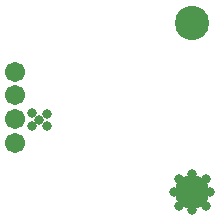
<source format=gbs>
%FSTAX23Y23*%
%MOIN*%
%SFA1B1*%

%IPPOS*%
%ADD36C,0.067100*%
%ADD38C,0.114300*%
%ADD39C,0.031600*%
%LNvapeix_eeprom_test-1*%
%LPD*%
G54D36*
X02115Y03328D03*
Y0325D03*
Y03407D03*
Y03486D03*
G54D38*
X02705Y03085D03*
Y0365D03*
G54D39*
X02705Y03145D03*
X0222Y03305D03*
Y03345D03*
X0217Y03305D03*
Y0335D03*
X02195Y03325D03*
X0275Y0313D03*
X0266D03*
X0275Y0304D03*
X0266D03*
X02765Y03085D03*
X02705Y03025D03*
X02645Y03085D03*
M02*
</source>
